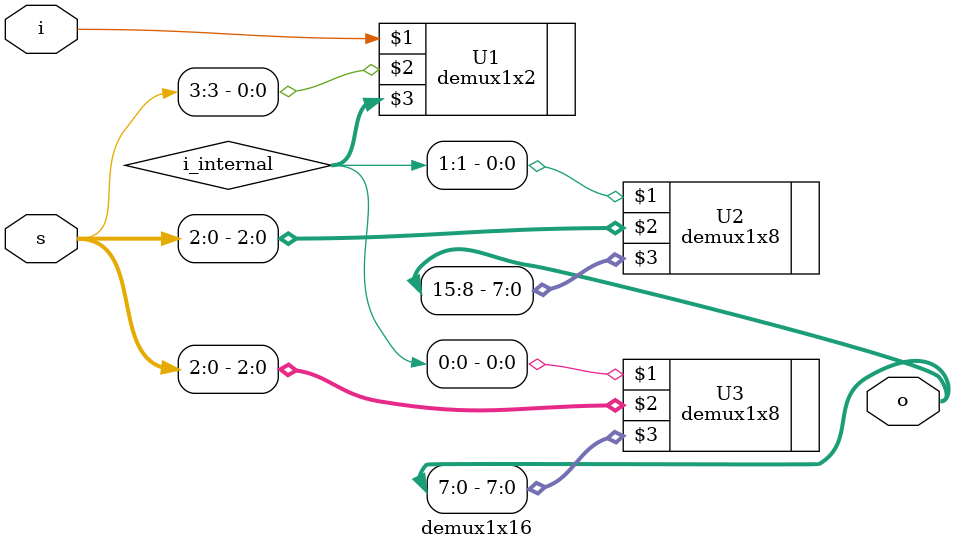
<source format=sv>
module demux1x16(i, s, o);
input  [3:0]  s;
input 		  i;
output [15:0] o;

wire [1:0] i_internal;

// Built using 1x2 and 1x8 demuxes
demux1x2 U1 (i, s[3], i_internal);
demux1x8 U2 (i_internal[1], s[2:0], o[15:8]);
demux1x8 U3 (i_internal[0], s[2:0], o[7:0]);

endmodule
</source>
